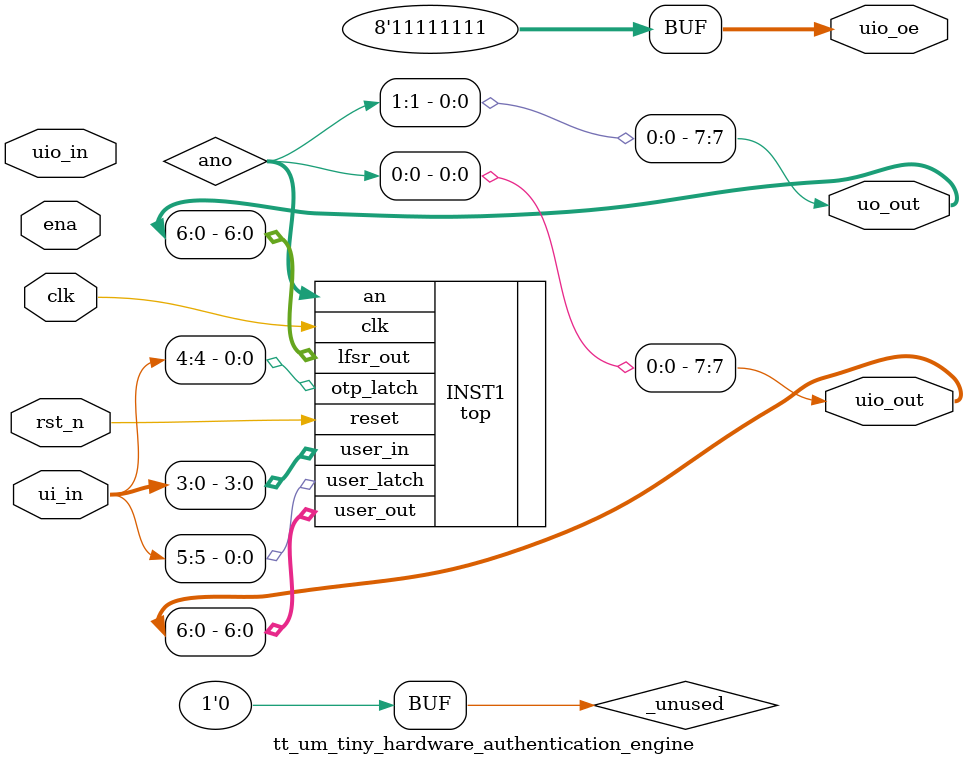
<source format=v>
/*
 * Copyright (c) 2024 Your Name
 * SPDX-License-Identifier: Apache-2.0
 */

`default_nettype none

module tt_um_tiny_hardware_authentication_engine (
    input  wire [7:0] ui_in,    // Dedicated inputs
    output wire [7:0] uo_out,   // Dedicated outputs
    input  wire [7:0] uio_in,   // IOs: Input path
    output wire [7:0] uio_out,  // IOs: Output path
    output wire [7:0] uio_oe,   // IOs: Enable path (active high: 0=input, 1=output)
    input  wire       ena,      // always 1 when the design is powered, so you can ignore it
    input  wire       clk,      // clock
    input  wire       rst_n     // reset_n - low to reset
);

  // All output pins must be assigned. If not used, assign to 0.
  //assign uo_out  = ;  // Example: ou_out is the sum of ui_in and uio_in
  //assign uio_out = 0;
  assign uio_oe  = 8'hFF;
    wire [1:0] ano;
    
    top INST1 (.clk(clk),
               .reset(rst_n),
               .user_in(ui_in[3:0]),
               .otp_latch(ui_in[4]),
               .user_latch(ui_in[5]),
               .lfsr_out(uo_out[6:0]),
               .user_out(uio_out[6:0]),
               .an(ano));
    
    assign {uo_out[7], uio_out[7]} = ano; 
  // List all unused inputs to prevent warnings
    wire _unused = &{ena, uio_in, ui_in[7:6], 1'b0};

endmodule

</source>
